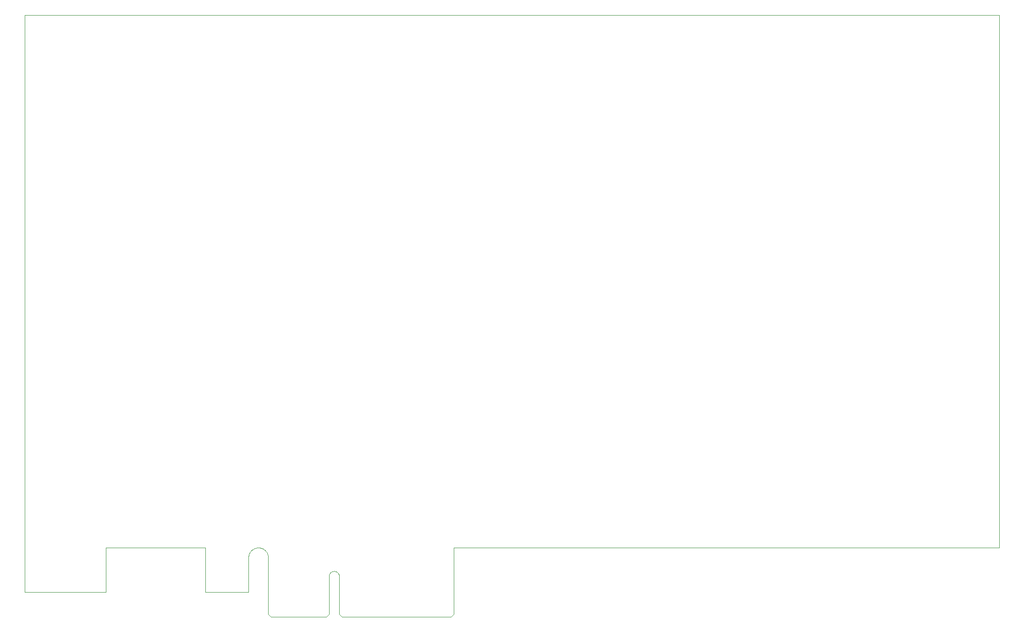
<source format=gm1>
%FSTAX25Y25*%
%MOIN*%
%SFA1B1*%

%IPPOS*%
%ADD12C,0.003940*%
%LNtimecard-dc-beta-v1-1*%
%LPD*%
G54D12*
X0177165Y0043012D02*
D01*
X0177147Y0043513*
X0177095Y0044011*
X0177007Y0044505*
X0176886Y0044992*
X0176731Y0045469*
X0176543Y0045934*
X0176323Y0046385*
X0176073Y0046819*
X0175792Y0047235*
X0175484Y004763*
X0175148Y0048003*
X0174787Y0048351*
X0174403Y0048673*
X0173997Y0048968*
X0173572Y0049234*
X0173129Y0049469*
X0172671Y0049673*
X01722Y0049845*
X0171718Y0049983*
X0171227Y0050087*
X0170731Y0050157*
X017023Y0050192*
X0169729*
X0169228Y0050157*
X0168732Y0050087*
X0168241Y0049983*
X0167759Y0049845*
X0167288Y0049673*
X016683Y0049469*
X0166387Y0049234*
X0165962Y0048968*
X0165556Y0048673*
X0165172Y0048351*
X0164811Y0048003*
X0164475Y004763*
X0164167Y0047235*
X0163886Y0046819*
X0163636Y0046385*
X0163416Y0045934*
X0163228Y0045469*
X0163073Y0044992*
X0162952Y0044505*
X0162864Y0044011*
X0162812Y0043513*
X0162795Y0043012*
X022874Y0029331D02*
D01*
X022873Y0029591*
X0228703Y0029851*
X0228658Y0030108*
X0228595Y0030361*
X0228514Y003061*
X0228416Y0030852*
X0228302Y0031086*
X0228171Y0031312*
X0228025Y0031529*
X0227865Y0031735*
X022769Y0031929*
X0227502Y003211*
X0227302Y0032278*
X0227091Y0032431*
X022687Y0032569*
X0226639Y0032692*
X0226401Y0032798*
X0226155Y0032887*
X0225904Y0032959*
X0225649Y0033014*
X022539Y003305*
X022513Y0033068*
X0224869*
X0224609Y003305*
X022435Y0033014*
X0224095Y0032959*
X0223844Y0032887*
X0223598Y0032798*
X022336Y0032692*
X022313Y0032569*
X0222908Y0032431*
X0222697Y0032278*
X0222497Y003211*
X0222309Y0031929*
X0222134Y0031735*
X0221974Y0031529*
X0221828Y0031312*
X0221697Y0031086*
X0221583Y0030852*
X0221485Y003061*
X0221404Y0030361*
X0221341Y0030108*
X0221296Y0029851*
X0221269Y0029591*
X022126Y0029331*
X022874D02*
D01*
X022873Y0029591*
X0228703Y0029851*
X0228658Y0030108*
X0228595Y0030361*
X0228514Y003061*
X0228416Y0030852*
X0228302Y0031086*
X0228171Y0031312*
X0228025Y0031529*
X0227865Y0031735*
X022769Y0031929*
X0227502Y003211*
X0227302Y0032278*
X0227091Y0032431*
X022687Y0032569*
X0226639Y0032692*
X0226401Y0032798*
X0226155Y0032887*
X0225904Y0032959*
X0225649Y0033014*
X022539Y003305*
X022513Y0033068*
X0224869*
X0224609Y003305*
X022435Y0033014*
X0224095Y0032959*
X0223844Y0032887*
X0223598Y0032798*
X022336Y0032692*
X022313Y0032569*
X0222908Y0032431*
X0222697Y0032278*
X0222497Y003211*
X0222309Y0031929*
X0222134Y0031735*
X0221974Y0031529*
X0221828Y0031312*
X0221697Y0031086*
X0221583Y0030852*
X0221485Y003061*
X0221404Y0030361*
X0221341Y0030108*
X0221296Y0029851*
X0221269Y0029591*
X022126Y0029331*
X0177165Y0043012D02*
D01*
X0177147Y0043513*
X0177095Y0044011*
X0177007Y0044505*
X0176886Y0044992*
X0176731Y0045469*
X0176543Y0045934*
X0176323Y0046385*
X0176073Y0046819*
X0175792Y0047235*
X0175484Y004763*
X0175148Y0048003*
X0174787Y0048351*
X0174403Y0048673*
X0173997Y0048968*
X0173572Y0049234*
X0173129Y0049469*
X0172671Y0049673*
X01722Y0049845*
X0171718Y0049983*
X0171227Y0050087*
X0170731Y0050157*
X017023Y0050192*
X0169729*
X0169228Y0050157*
X0168732Y0050087*
X0168241Y0049983*
X0167759Y0049845*
X0167288Y0049673*
X016683Y0049469*
X0166387Y0049234*
X0165962Y0048968*
X0165556Y0048673*
X0165172Y0048351*
X0164811Y0048003*
X0164475Y004763*
X0164167Y0047235*
X0163886Y0046819*
X0163636Y0046385*
X0163416Y0045934*
X0163228Y0045469*
X0163073Y0044992*
X0162952Y0044505*
X0162864Y0044011*
X0162812Y0043513*
X0162795Y0043012*
X0312205Y0050197D02*
X070876D01*
X0Y0437598D02*
X070876D01*
Y0050197*
X0Y0017717D02*
Y0437598D01*
Y0017717D02*
X0059055D01*
Y0050197*
X0131299*
Y0017717D02*
Y0050197D01*
Y0017717D02*
X0162795D01*
Y0043012*
X0177165Y0001969D02*
Y0043012D01*
X0179134Y0D02*
X0219291D01*
X0230709D02*
X0310236D01*
X0312205Y0001969D02*
Y0050197D01*
X0177165Y0001969D02*
X0179134Y0D01*
X0219291D02*
X022126Y0001969D01*
X022874D02*
X0230709Y0D01*
X0310236D02*
X0312205Y0001969D01*
X022126D02*
Y0029331D01*
X022874Y0001969D02*
Y0029331D01*
M02*
</source>
